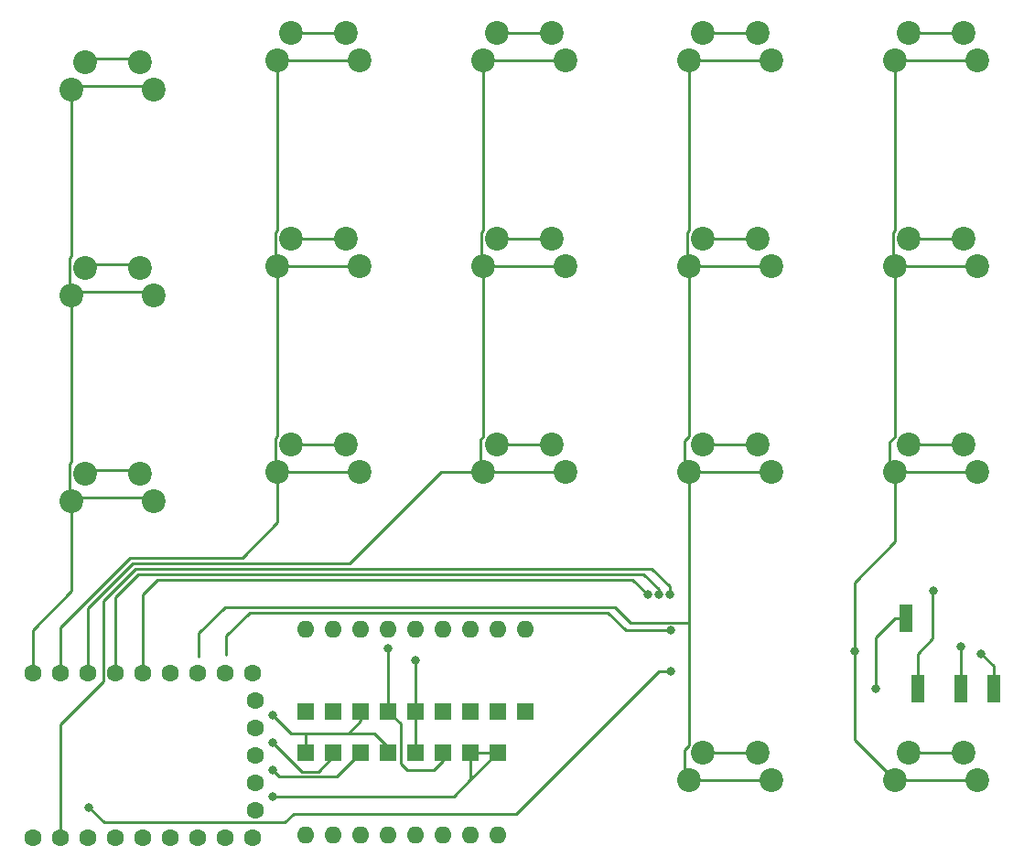
<source format=gbr>
%TF.GenerationSoftware,KiCad,Pcbnew,(6.0.9-0)*%
%TF.CreationDate,2022-12-12T21:53:38+09:00*%
%TF.ProjectId,moonkey,6d6f6f6e-6b65-4792-9e6b-696361645f70,rev?*%
%TF.SameCoordinates,Original*%
%TF.FileFunction,Copper,L1,Top*%
%TF.FilePolarity,Positive*%
%FSLAX46Y46*%
G04 Gerber Fmt 4.6, Leading zero omitted, Abs format (unit mm)*
G04 Created by KiCad (PCBNEW (6.0.9-0)) date 2022-12-12 21:53:38*
%MOMM*%
%LPD*%
G01*
G04 APERTURE LIST*
%TA.AperFunction,ComponentPad*%
%ADD10R,1.600000X1.600000*%
%TD*%
%TA.AperFunction,ComponentPad*%
%ADD11O,1.600000X1.600000*%
%TD*%
%TA.AperFunction,ComponentPad*%
%ADD12C,2.200000*%
%TD*%
%TA.AperFunction,ComponentPad*%
%ADD13C,1.600000*%
%TD*%
%TA.AperFunction,SMDPad,CuDef*%
%ADD14R,1.200000X2.500000*%
%TD*%
%TA.AperFunction,ViaPad*%
%ADD15C,0.800000*%
%TD*%
%TA.AperFunction,Conductor*%
%ADD16C,0.250000*%
%TD*%
G04 APERTURE END LIST*
D10*
%TO.P,D16,1,K*%
%TO.N,COL2*%
X101981000Y-142494000D03*
D11*
%TO.P,D16,2,A*%
%TO.N,Net-(D16-Pad2)*%
X101981000Y-150114000D03*
%TD*%
D10*
%TO.P,D2,1,K*%
%TO.N,COL1*%
X91821000Y-138684000D03*
D11*
%TO.P,D2,2,A*%
%TO.N,Net-(D2-Pad2)*%
X91821000Y-131064000D03*
%TD*%
D10*
%TO.P,D15,1,K*%
%TO.N,COL1*%
X99441000Y-142494000D03*
D11*
%TO.P,D15,2,A*%
%TO.N,Net-(D15-Pad2)*%
X99441000Y-150114000D03*
%TD*%
D12*
%TO.P,SW15,1,1*%
%TO.N,Net-(D15-Pad2)*%
X150177500Y-94932500D03*
X145097500Y-94932500D03*
%TO.P,SW15,2,2*%
%TO.N,ROW4*%
X143827500Y-97472500D03*
X151447500Y-97472500D03*
%TD*%
D10*
%TO.P,D7,1,K*%
%TO.N,COL0*%
X104521000Y-138684000D03*
D11*
%TO.P,D7,2,A*%
%TO.N,Net-(D7-Pad2)*%
X104521000Y-131064000D03*
%TD*%
D12*
%TO.P,SW12,2,2*%
%TO.N,ROW3*%
X124777500Y-116522500D03*
X132397500Y-116522500D03*
%TO.P,SW12,1,1*%
%TO.N,Net-(D12-Pad2)*%
X131127500Y-113982500D03*
X126047500Y-113982500D03*
%TD*%
D13*
%TO.P,RZ1,1,GP0*%
%TO.N,ROW0*%
X64058750Y-135160000D03*
%TO.P,RZ1,2,GP1*%
%TO.N,ROW1*%
X66598750Y-135160000D03*
%TO.P,RZ1,3,GP2*%
%TO.N,ROW2*%
X69138750Y-135160000D03*
%TO.P,RZ1,4,GP3*%
%TO.N,SPI0_TX*%
X71678750Y-135160000D03*
%TO.P,RZ1,5,GP4*%
%TO.N,SPI0_RX*%
X74218750Y-135160000D03*
%TO.P,RZ1,6,GP5*%
%TO.N,unconnected-(RZ1-Pad6)*%
X76758750Y-135160000D03*
%TO.P,RZ1,7,GP6*%
%TO.N,unconnected-(RZ1-Pad7)*%
X79298750Y-135160000D03*
%TO.P,RZ1,8,GP7*%
%TO.N,unconnected-(RZ1-Pad8)*%
X81838750Y-135160000D03*
%TO.P,RZ1,9,GP8*%
%TO.N,unconnected-(RZ1-Pad9)*%
X84378750Y-135160000D03*
%TO.P,RZ1,10,GP9*%
%TO.N,unconnected-(RZ1-Pad10)*%
X84588750Y-137700000D03*
%TO.P,RZ1,11,GP10*%
%TO.N,unconnected-(RZ1-Pad11)*%
X84588750Y-140240000D03*
%TO.P,RZ1,12,GP11*%
%TO.N,unconnected-(RZ1-Pad12)*%
X84588750Y-142780000D03*
%TO.P,RZ1,13,GP12*%
%TO.N,unconnected-(RZ1-Pad13)*%
X84588750Y-145320000D03*
%TO.P,RZ1,14,GP13*%
%TO.N,unconnected-(RZ1-Pad14)*%
X84588750Y-147860000D03*
%TO.P,RZ1,15,GP14*%
%TO.N,unconnected-(RZ1-Pad15)*%
X84378750Y-150400000D03*
%TO.P,RZ1,16,GP15*%
%TO.N,unconnected-(RZ1-Pad16)*%
X81838750Y-150400000D03*
%TO.P,RZ1,17,GP26*%
%TO.N,COL3*%
X79298750Y-150400000D03*
%TO.P,RZ1,18,GP27*%
%TO.N,COL2*%
X76758750Y-150400000D03*
%TO.P,RZ1,19,GP28*%
%TO.N,COL1*%
X74218750Y-150400000D03*
%TO.P,RZ1,20,GP29*%
%TO.N,COL0*%
X71678750Y-150400000D03*
%TO.P,RZ1,21,3V3*%
%TO.N,unconnected-(RZ1-Pad21)*%
X69138750Y-150400000D03*
%TO.P,RZ1,22,5V*%
%TO.N,+5V*%
X64058750Y-150400000D03*
%TO.P,RZ1,23,GND*%
%TO.N,Earth*%
X66598750Y-150400000D03*
%TD*%
D12*
%TO.P,SW4,1,1*%
%TO.N,Net-(D4-Pad2)*%
X87947500Y-75882500D03*
X93027500Y-75882500D03*
%TO.P,SW4,2,2*%
%TO.N,ROW1*%
X86677500Y-78422500D03*
X94297500Y-78422500D03*
%TD*%
%TO.P,SW13,1,1*%
%TO.N,Net-(D13-Pad2)*%
X131127500Y-142557500D03*
X126047500Y-142557500D03*
%TO.P,SW13,2,2*%
%TO.N,ROW3*%
X132397500Y-145097500D03*
X124777500Y-145097500D03*
%TD*%
D10*
%TO.P,D12,1,K*%
%TO.N,COL2*%
X94361000Y-142494000D03*
D11*
%TO.P,D12,2,A*%
%TO.N,Net-(D12-Pad2)*%
X94361000Y-150114000D03*
%TD*%
D10*
%TO.P,D5,1,K*%
%TO.N,COL1*%
X99441000Y-138684000D03*
D11*
%TO.P,D5,2,A*%
%TO.N,Net-(D5-Pad2)*%
X99441000Y-131064000D03*
%TD*%
D10*
%TO.P,D3,1,K*%
%TO.N,COL2*%
X89281000Y-138684000D03*
D11*
%TO.P,D3,2,A*%
%TO.N,Net-(D3-Pad2)*%
X89281000Y-131064000D03*
%TD*%
D12*
%TO.P,SW11,1,1*%
%TO.N,Net-(D11-Pad2)*%
X126047500Y-94932500D03*
X131127500Y-94932500D03*
%TO.P,SW11,2,2*%
%TO.N,ROW3*%
X124777500Y-97472500D03*
X132397500Y-97472500D03*
%TD*%
%TO.P,SW9,1,1*%
%TO.N,Net-(D9-Pad2)*%
X106997500Y-113982500D03*
X112077500Y-113982500D03*
%TO.P,SW9,2,2*%
%TO.N,ROW2*%
X105727500Y-116522500D03*
X113347500Y-116522500D03*
%TD*%
D10*
%TO.P,D8,1,K*%
%TO.N,COL1*%
X107061000Y-138684000D03*
D11*
%TO.P,D8,2,A*%
%TO.N,Net-(D8-Pad2)*%
X107061000Y-131064000D03*
%TD*%
D10*
%TO.P,D9,1,K*%
%TO.N,COL2*%
X109601000Y-138684000D03*
D11*
%TO.P,D9,2,A*%
%TO.N,Net-(D9-Pad2)*%
X109601000Y-131064000D03*
%TD*%
D12*
%TO.P,SW7,1,1*%
%TO.N,Net-(D7-Pad2)*%
X106997500Y-75882500D03*
X112077500Y-75882500D03*
%TO.P,SW7,2,2*%
%TO.N,ROW2*%
X113347500Y-78422500D03*
X105727500Y-78422500D03*
%TD*%
D10*
%TO.P,D1,1,K*%
%TO.N,COL0*%
X94361000Y-138684000D03*
D11*
%TO.P,D1,2,A*%
%TO.N,Net-(D1-Pad2)*%
X94361000Y-131064000D03*
%TD*%
D12*
%TO.P,SW5,1,1*%
%TO.N,Net-(D5-Pad2)*%
X87947500Y-94932500D03*
X93027500Y-94932500D03*
%TO.P,SW5,2,2*%
%TO.N,ROW1*%
X94297500Y-97472500D03*
X86677500Y-97472500D03*
%TD*%
%TO.P,SW3,2,2*%
%TO.N,ROW0*%
X67627500Y-119221250D03*
X75247500Y-119221250D03*
%TO.P,SW3,1,1*%
%TO.N,Net-(D3-Pad2)*%
X68897500Y-116681250D03*
X73977500Y-116681250D03*
%TD*%
D10*
%TO.P,D17,1,K*%
%TO.N,COL3*%
X104521000Y-142494000D03*
D11*
%TO.P,D17,2,A*%
%TO.N,Net-(D17-Pad2)*%
X104521000Y-150114000D03*
%TD*%
D10*
%TO.P,D4,1,K*%
%TO.N,COL0*%
X101981000Y-138684000D03*
D11*
%TO.P,D4,2,A*%
%TO.N,Net-(D4-Pad2)*%
X101981000Y-131064000D03*
%TD*%
D12*
%TO.P,SW6,1,1*%
%TO.N,Net-(D6-Pad2)*%
X93027500Y-113982500D03*
X87947500Y-113982500D03*
%TO.P,SW6,2,2*%
%TO.N,ROW1*%
X86677500Y-116522500D03*
X94297500Y-116522500D03*
%TD*%
D10*
%TO.P,D6,1,K*%
%TO.N,COL2*%
X96901000Y-138684000D03*
D11*
%TO.P,D6,2,A*%
%TO.N,Net-(D6-Pad2)*%
X96901000Y-131064000D03*
%TD*%
D12*
%TO.P,SW8,1,1*%
%TO.N,Net-(D8-Pad2)*%
X106997500Y-94932500D03*
X112077500Y-94932500D03*
%TO.P,SW8,2,2*%
%TO.N,ROW2*%
X105727500Y-97472500D03*
X113347500Y-97472500D03*
%TD*%
%TO.P,SW10,1,1*%
%TO.N,Net-(D10-Pad2)*%
X126047500Y-75882500D03*
X131127500Y-75882500D03*
%TO.P,SW10,2,2*%
%TO.N,ROW3*%
X124777500Y-78422500D03*
X132397500Y-78422500D03*
%TD*%
%TO.P,SW14,1,1*%
%TO.N,Net-(D14-Pad2)*%
X145097500Y-75882500D03*
X150177500Y-75882500D03*
%TO.P,SW14,2,2*%
%TO.N,ROW4*%
X151447500Y-78422500D03*
X143827500Y-78422500D03*
%TD*%
%TO.P,SW2,2,2*%
%TO.N,ROW0*%
X75247500Y-100171250D03*
X67627500Y-100171250D03*
%TO.P,SW2,1,1*%
%TO.N,Net-(D2-Pad2)*%
X68897500Y-97631250D03*
X73977500Y-97631250D03*
%TD*%
D10*
%TO.P,D14,1,K*%
%TO.N,COL0*%
X96901000Y-142494000D03*
D11*
%TO.P,D14,2,A*%
%TO.N,Net-(D14-Pad2)*%
X96901000Y-150114000D03*
%TD*%
D12*
%TO.P,SW1,2,2*%
%TO.N,ROW0*%
X67627500Y-81121250D03*
X75247500Y-81121250D03*
%TO.P,SW1,1,1*%
%TO.N,Net-(D1-Pad2)*%
X68897500Y-78581250D03*
X73977500Y-78581250D03*
%TD*%
D10*
%TO.P,D10,1,K*%
%TO.N,COL0*%
X89281000Y-142494000D03*
D11*
%TO.P,D10,2,A*%
%TO.N,Net-(D10-Pad2)*%
X89281000Y-150114000D03*
%TD*%
D10*
%TO.P,D11,1,K*%
%TO.N,COL1*%
X91821000Y-142494000D03*
D11*
%TO.P,D11,2,A*%
%TO.N,Net-(D11-Pad2)*%
X91821000Y-150114000D03*
%TD*%
D12*
%TO.P,SW17,1,1*%
%TO.N,Net-(D17-Pad2)*%
X145097500Y-142557500D03*
X150177500Y-142557500D03*
%TO.P,SW17,2,2*%
%TO.N,ROW4*%
X151447500Y-145097500D03*
X143827500Y-145097500D03*
%TD*%
%TO.P,SW16,1,1*%
%TO.N,Net-(D16-Pad2)*%
X150177500Y-113982500D03*
X145097500Y-113982500D03*
%TO.P,SW16,2,2*%
%TO.N,ROW4*%
X151447500Y-116522500D03*
X143827500Y-116522500D03*
%TD*%
D10*
%TO.P,D13,1,K*%
%TO.N,COL3*%
X107061000Y-142494000D03*
D11*
%TO.P,D13,2,A*%
%TO.N,Net-(D13-Pad2)*%
X107061000Y-150114000D03*
%TD*%
D14*
%TO.P,J1,R1*%
%TO.N,SPI0_TX*%
X149908000Y-136600000D03*
%TO.P,J1,R2*%
%TO.N,SPI0_RX*%
X152908000Y-136600000D03*
%TO.P,J1,S*%
%TO.N,+5V*%
X144808000Y-130100000D03*
%TO.P,J1,T*%
%TO.N,Earth*%
X145908000Y-136600000D03*
%TD*%
D15*
%TO.N,COL0*%
X86233000Y-139065000D03*
%TO.N,COL1*%
X86233000Y-141605000D03*
X99441000Y-133985000D03*
%TO.N,COL2*%
X86233000Y-144145000D03*
X96901000Y-132842000D03*
%TO.N,COL3*%
X86233000Y-146558000D03*
%TO.N,SPI0_TX*%
X121936497Y-127889000D03*
X149860000Y-132715000D03*
%TO.N,SPI0_RX*%
X120936994Y-127889000D03*
X151765000Y-133350000D03*
%TO.N,+5V*%
X142061000Y-136600000D03*
X69215000Y-147574000D03*
X123063000Y-135001000D03*
%TO.N,Earth*%
X122936000Y-127889000D03*
X147320000Y-127508000D03*
%TO.N,ROW4*%
X140081000Y-133096000D03*
X123089000Y-131217000D03*
%TD*%
D16*
%TO.N,COL3*%
X102997000Y-146558000D02*
X104559100Y-144995900D01*
X104559100Y-144995900D02*
X107061000Y-142494000D01*
X104521000Y-142494000D02*
X104521000Y-144957800D01*
X104521000Y-144957800D02*
X104559100Y-144995900D01*
%TO.N,COL0*%
X90170000Y-140716000D02*
X93091000Y-140716000D01*
X89154000Y-140716000D02*
X89535000Y-140716000D01*
X96901000Y-141986000D02*
X95631000Y-140716000D01*
X89281000Y-140843000D02*
X89408000Y-140716000D01*
X94361000Y-139573000D02*
X94361000Y-138684000D01*
X89408000Y-140716000D02*
X89535000Y-140716000D01*
X89281000Y-142494000D02*
X89281000Y-140843000D01*
X93091000Y-140716000D02*
X93218000Y-140716000D01*
X95631000Y-140716000D02*
X93091000Y-140716000D01*
X86233000Y-139065000D02*
X87884000Y-140716000D01*
X87884000Y-140716000D02*
X89154000Y-140716000D01*
X96901000Y-142494000D02*
X96901000Y-141986000D01*
X89535000Y-140716000D02*
X90170000Y-140716000D01*
X93218000Y-140716000D02*
X94361000Y-139573000D01*
X89281000Y-140843000D02*
X89154000Y-140716000D01*
%TO.N,Net-(D1-Pad2)*%
X68897500Y-78263750D02*
X73977500Y-78263750D01*
%TO.N,COL1*%
X99441000Y-142494000D02*
X99441000Y-138684000D01*
X86233000Y-141605000D02*
X88900000Y-144272000D01*
X90424000Y-144272000D02*
X91821000Y-142875000D01*
X91821000Y-142875000D02*
X91821000Y-142494000D01*
X99441000Y-138684000D02*
X99441000Y-133985000D01*
X88900000Y-144272000D02*
X90424000Y-144272000D01*
%TO.N,Net-(D2-Pad2)*%
X68897500Y-97313750D02*
X73977500Y-97313750D01*
%TO.N,COL2*%
X86810000Y-144722000D02*
X92133000Y-144722000D01*
X92133000Y-144722000D02*
X94361000Y-142494000D01*
X86233000Y-144145000D02*
X86810000Y-144722000D01*
X98044000Y-143510000D02*
X98044000Y-139827000D01*
X101981000Y-142494000D02*
X101981000Y-143256000D01*
X101981000Y-143256000D02*
X101092000Y-144145000D01*
X98044000Y-139827000D02*
X96901000Y-138684000D01*
X101092000Y-144145000D02*
X98679000Y-144145000D01*
X98679000Y-144145000D02*
X98044000Y-143510000D01*
X96901000Y-138684000D02*
X96901000Y-132842000D01*
%TO.N,Net-(D3-Pad2)*%
X73977500Y-116363750D02*
X68897500Y-116363750D01*
%TO.N,Net-(D4-Pad2)*%
X87947500Y-75882500D02*
X93027500Y-75882500D01*
%TO.N,Net-(D5-Pad2)*%
X87947500Y-94932500D02*
X93027500Y-94932500D01*
%TO.N,Net-(D6-Pad2)*%
X87947500Y-113982500D02*
X93027500Y-113982500D01*
%TO.N,Net-(D7-Pad2)*%
X106997500Y-75882500D02*
X112077500Y-75882500D01*
%TO.N,Net-(D8-Pad2)*%
X106997500Y-94932500D02*
X112077500Y-94932500D01*
%TO.N,Net-(D9-Pad2)*%
X106997500Y-113982500D02*
X112077500Y-113982500D01*
%TO.N,Net-(D10-Pad2)*%
X126047500Y-75882500D02*
X131127500Y-75882500D01*
%TO.N,Net-(D11-Pad2)*%
X126047500Y-94932500D02*
X131127500Y-94932500D01*
%TO.N,Net-(D12-Pad2)*%
X126047500Y-113982500D02*
X131127500Y-113982500D01*
%TO.N,COL3*%
X86233000Y-146558000D02*
X102997000Y-146558000D01*
X104521000Y-142494000D02*
X107061000Y-142494000D01*
%TO.N,Net-(D13-Pad2)*%
X126047500Y-142557500D02*
X131127500Y-142557500D01*
%TO.N,Net-(D14-Pad2)*%
X145097500Y-75882500D02*
X150177500Y-75882500D01*
%TO.N,Net-(D15-Pad2)*%
X145097500Y-94932500D02*
X150177500Y-94932500D01*
%TO.N,Net-(D16-Pad2)*%
X145097500Y-113982500D02*
X150177500Y-113982500D01*
%TO.N,Net-(D17-Pad2)*%
X145097500Y-142557500D02*
X150177500Y-142557500D01*
%TO.N,SPI0_TX*%
X121936497Y-127889000D02*
X121936497Y-127397497D01*
X120523000Y-125984000D02*
X73787000Y-125984000D01*
X73787000Y-125984000D02*
X71678750Y-128092250D01*
X149908000Y-132763000D02*
X149908000Y-136600000D01*
X149860000Y-132715000D02*
X149908000Y-132763000D01*
X121936497Y-127397497D02*
X120523000Y-125984000D01*
X71678750Y-128092250D02*
X71678750Y-135160000D01*
%TO.N,SPI0_RX*%
X74218750Y-135160000D02*
X74218750Y-127838250D01*
X74218750Y-127838250D02*
X75565000Y-126492000D01*
X75565000Y-126492000D02*
X119539994Y-126492000D01*
X152908000Y-134493000D02*
X152908000Y-136600000D01*
X119539994Y-126492000D02*
X120936994Y-127889000D01*
X151765000Y-133350000D02*
X152908000Y-134493000D01*
%TO.N,+5V*%
X88138000Y-148209000D02*
X87362000Y-148985000D01*
X142061000Y-131878000D02*
X143839000Y-130100000D01*
X70626000Y-148985000D02*
X69215000Y-147574000D01*
X108712000Y-148209000D02*
X88138000Y-148209000D01*
X87362000Y-148985000D02*
X70626000Y-148985000D01*
X143839000Y-130100000D02*
X144808000Y-130100000D01*
X121920000Y-135001000D02*
X108712000Y-148209000D01*
X123063000Y-135001000D02*
X121920000Y-135001000D01*
X142061000Y-136600000D02*
X142061000Y-131878000D01*
%TO.N,Earth*%
X70553750Y-135948250D02*
X70553750Y-128455250D01*
X147314008Y-127513992D02*
X147320000Y-127508000D01*
X118491000Y-125476000D02*
X121285000Y-125476000D01*
X121285000Y-125476000D02*
X122936000Y-127127000D01*
X66598750Y-141681250D02*
X66598750Y-150400000D01*
X70553750Y-128455250D02*
X73533000Y-125476000D01*
X70231000Y-136271000D02*
X70553750Y-135948250D01*
X73533000Y-125476000D02*
X118491000Y-125476000D01*
X145908000Y-136600000D02*
X145908000Y-133359008D01*
X145908000Y-133359008D02*
X147314008Y-131953000D01*
X66598750Y-141681250D02*
X66598750Y-139903250D01*
X147314008Y-131953000D02*
X147314008Y-127513992D01*
X122936000Y-127127000D02*
X122936000Y-127889000D01*
X66598750Y-139903250D02*
X70231000Y-136271000D01*
%TO.N,ROW0*%
X75247500Y-99853750D02*
X67627500Y-99853750D01*
X67472500Y-115773495D02*
X67472500Y-118748750D01*
X67627500Y-80803750D02*
X67627500Y-96568495D01*
X67627500Y-99853750D02*
X67627500Y-115618495D01*
X67627500Y-96568495D02*
X67472500Y-96723495D01*
X67627500Y-127571500D02*
X64058750Y-131140250D01*
X64058750Y-131140250D02*
X64058750Y-135160000D01*
X67627500Y-80803750D02*
X75247500Y-80803750D01*
X67472500Y-99698750D02*
X67627500Y-99853750D01*
X67472500Y-96723495D02*
X67472500Y-99698750D01*
X67472500Y-118748750D02*
X67627500Y-118903750D01*
X67627500Y-118903750D02*
X67627500Y-127571500D01*
X67627500Y-118903750D02*
X75247500Y-118903750D01*
X67627500Y-115618495D02*
X67472500Y-115773495D01*
%TO.N,ROW1*%
X86677500Y-97472500D02*
X86677500Y-113237245D01*
X66598750Y-130886250D02*
X66598750Y-135160000D01*
X86677500Y-78422500D02*
X86677500Y-94187245D01*
X86677500Y-121221500D02*
X83439000Y-124460000D01*
X86677500Y-94187245D02*
X86522500Y-94342245D01*
X86522500Y-94342245D02*
X86522500Y-97317500D01*
X86677500Y-113237245D02*
X86487000Y-113427745D01*
X94297500Y-97472500D02*
X86677500Y-97472500D01*
X94297500Y-116522500D02*
X86677500Y-116522500D01*
X86487000Y-113427745D02*
X86487000Y-115443000D01*
X73025000Y-124460000D02*
X66598750Y-130886250D01*
X83439000Y-124460000D02*
X73025000Y-124460000D01*
X86522500Y-97317500D02*
X86677500Y-97472500D01*
X94297500Y-78422500D02*
X86677500Y-78422500D01*
X86677500Y-116522500D02*
X86677500Y-121221500D01*
%TO.N,ROW2*%
X93345000Y-124968000D02*
X73279000Y-124968000D01*
X69138750Y-129108250D02*
X69138750Y-135160000D01*
X101790500Y-116522500D02*
X93345000Y-124968000D01*
X73279000Y-124968000D02*
X69138750Y-129108250D01*
X105727500Y-116522500D02*
X101790500Y-116522500D01*
X105537000Y-97282000D02*
X105727500Y-97472500D01*
X113347500Y-97472500D02*
X105727500Y-97472500D01*
X105727500Y-94187245D02*
X105537000Y-94377745D01*
X105727500Y-113237245D02*
X105410000Y-113554745D01*
X105727500Y-97472500D02*
X105727500Y-113237245D01*
X105537000Y-94377745D02*
X105537000Y-97282000D01*
X105410000Y-113554745D02*
X105410000Y-115443000D01*
X113347500Y-116522500D02*
X105727500Y-116522500D01*
X105727500Y-78422500D02*
X113347500Y-78422500D01*
X105727500Y-78422500D02*
X105727500Y-94187245D01*
%TO.N,ROW3*%
X132397500Y-145097500D02*
X124777500Y-145097500D01*
X124333000Y-116078000D02*
X124777500Y-116522500D01*
X132397500Y-97472500D02*
X124777500Y-97472500D01*
X124777500Y-78422500D02*
X132397500Y-78422500D01*
X117856000Y-129032000D02*
X81788000Y-129032000D01*
X124777500Y-141812245D02*
X124333000Y-142256745D01*
X124777500Y-97472500D02*
X124777500Y-113237245D01*
X117856000Y-129032000D02*
X119316500Y-130492500D01*
X124333000Y-144653000D02*
X124777500Y-145097500D01*
X124777500Y-113237245D02*
X124333000Y-113681745D01*
X124622500Y-97317500D02*
X124777500Y-97472500D01*
X124333000Y-142256745D02*
X124333000Y-144653000D01*
X124777500Y-116522500D02*
X124777500Y-130492500D01*
X124622500Y-94342245D02*
X124622500Y-97317500D01*
X79375000Y-131445000D02*
X79375000Y-133604000D01*
X124777500Y-78422500D02*
X124777500Y-94187245D01*
X119316500Y-130492500D02*
X124777500Y-130492500D01*
X124777500Y-94187245D02*
X124622500Y-94342245D01*
X81788000Y-129032000D02*
X79375000Y-131445000D01*
X124333000Y-113681745D02*
X124333000Y-116078000D01*
X124777500Y-130492500D02*
X124777500Y-133032500D01*
X132397500Y-116522500D02*
X124777500Y-116522500D01*
X124777500Y-133032500D02*
X124777500Y-141812245D01*
%TO.N,ROW4*%
X143827500Y-113237245D02*
X143256000Y-113808745D01*
X84074000Y-129540000D02*
X81915000Y-131699000D01*
X117221000Y-129540000D02*
X84074000Y-129540000D01*
X143827500Y-122999500D02*
X143827500Y-116522500D01*
X140081000Y-141351000D02*
X140081000Y-126746000D01*
X81915000Y-131699000D02*
X81915000Y-133477000D01*
X151447500Y-116522500D02*
X143827500Y-116522500D01*
X151447500Y-145097500D02*
X143827500Y-145097500D01*
X151447500Y-97472500D02*
X143827500Y-97472500D01*
X143827500Y-78422500D02*
X143827500Y-94187245D01*
X143637000Y-97282000D02*
X143827500Y-97472500D01*
X143827500Y-94187245D02*
X143637000Y-94377745D01*
X143637000Y-94377745D02*
X143637000Y-97282000D01*
X143256000Y-115951000D02*
X143827500Y-116522500D01*
X140081000Y-126746000D02*
X143827500Y-122999500D01*
X123089000Y-131217000D02*
X118898000Y-131217000D01*
X143827500Y-97472500D02*
X143827500Y-113237245D01*
X143827500Y-145097500D02*
X140081000Y-141351000D01*
X118898000Y-131217000D02*
X117221000Y-129540000D01*
X143827500Y-78422500D02*
X151447500Y-78422500D01*
X143256000Y-113808745D02*
X143256000Y-115951000D01*
%TD*%
M02*

</source>
